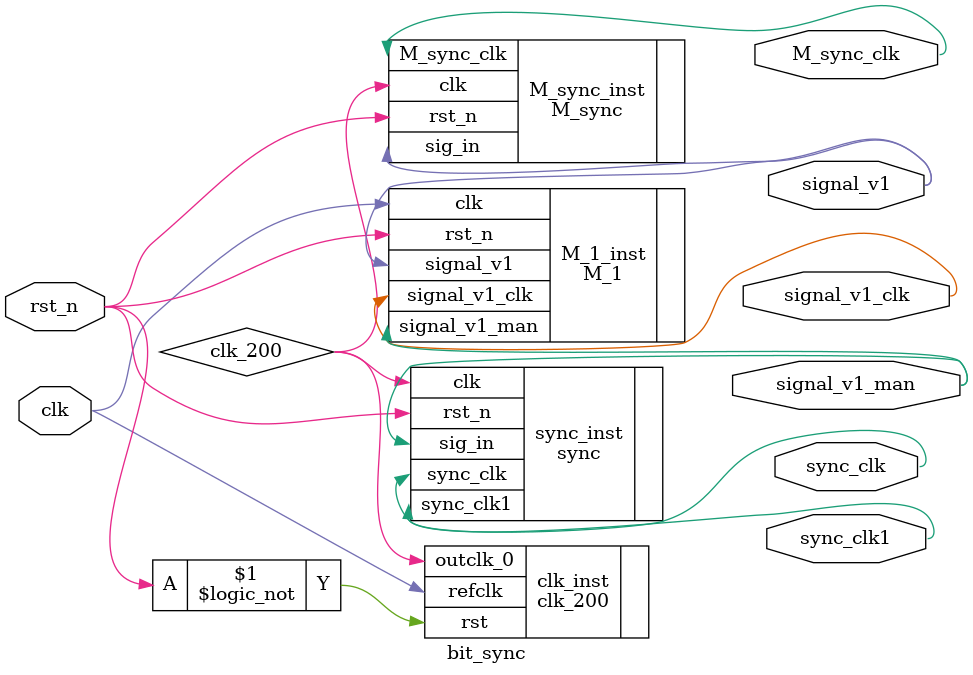
<source format=v>
/*-----------------------------------------------------------------------

Date				:		2017-XX-XX
Description			:		Design for LCD1602 Display.

-----------------------------------------------------------------------*/

module bit_sync
(
	//global clock
	input					clk,			//system clock
	input					rst_n,     		//sync reset
	
	//XXX interface
	output					signal_v1_man,
	output					sync_clk,
	output					signal_v1,
	output					signal_v1_clk,
	output					M_sync_clk,
	output					sync_clk1
	
); 


//--------------------------------
//Funtion :               

M_1		M_1_inst
(
	//global clock
	.	clk(clk),			//system clock
	.	rst_n(rst_n),     		//sync reset

	//sig interface

	.	signal_v1_man(signal_v1_man),
	.	signal_v1_clk(signal_v1_clk),
	.	signal_v1(signal_v1)
	
);


sync	sync_inst
(
	//global clock
	.	clk(clk_200),			//system clock
	.	rst_n(rst_n),     		//sync reset
	
	//sig_in interface
	.	sig_in(signal_v1_man),
	
	//sig_out	interface
	.	sync_clk(sync_clk),

	.	sync_clk1(sync_clk1)
	
); 



M_sync	M_sync_inst
(
	//global clock
	.	clk(clk_200),			//system clock
	.	rst_n(rst_n),     		//sync reset
	
	//sig_in interface
	.	sig_in(signal_v1),
	//sig_out	interface
	.	M_sync_clk(M_sync_clk)
	
); 


wire		clk_200;
clk_200 	clk_inst
(
		.  refclk(clk),   //  refclk.clk
		.  rst(!rst_n),      //   reset.reset
		.  outclk_0(clk_200) // outclk0.clk
//		.  locked    //  locked.export
	);
endmodule
	

</source>
